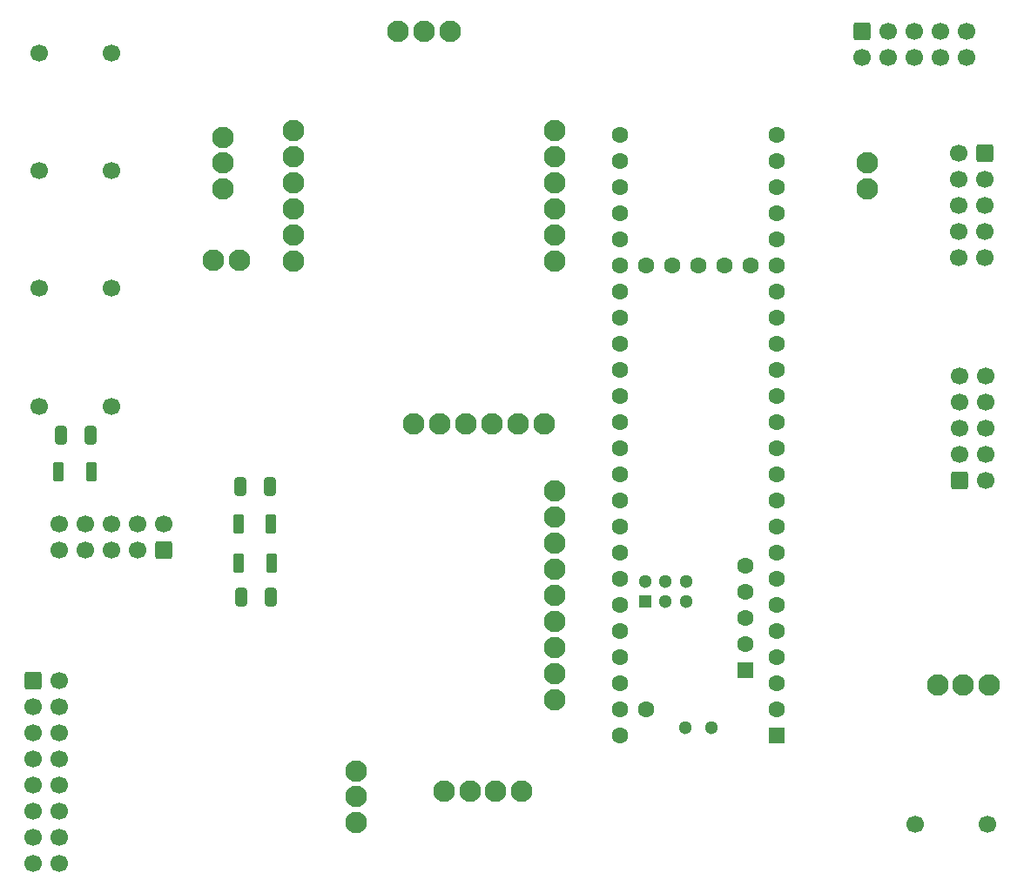
<source format=gbr>
G04 #@! TF.GenerationSoftware,KiCad,Pcbnew,8.0.4*
G04 #@! TF.CreationDate,2024-09-01T18:39:43-04:00*
G04 #@! TF.ProjectId,t41_2_main_board,7434315f-325f-46d6-9169-6e5f626f6172,1.0*
G04 #@! TF.SameCoordinates,Original*
G04 #@! TF.FileFunction,Soldermask,Bot*
G04 #@! TF.FilePolarity,Negative*
%FSLAX46Y46*%
G04 Gerber Fmt 4.6, Leading zero omitted, Abs format (unit mm)*
G04 Created by KiCad (PCBNEW 8.0.4) date 2024-09-01 18:39:43*
%MOMM*%
%LPD*%
G01*
G04 APERTURE LIST*
G04 Aperture macros list*
%AMRoundRect*
0 Rectangle with rounded corners*
0 $1 Rounding radius*
0 $2 $3 $4 $5 $6 $7 $8 $9 X,Y pos of 4 corners*
0 Add a 4 corners polygon primitive as box body*
4,1,4,$2,$3,$4,$5,$6,$7,$8,$9,$2,$3,0*
0 Add four circle primitives for the rounded corners*
1,1,$1+$1,$2,$3*
1,1,$1+$1,$4,$5*
1,1,$1+$1,$6,$7*
1,1,$1+$1,$8,$9*
0 Add four rect primitives between the rounded corners*
20,1,$1+$1,$2,$3,$4,$5,0*
20,1,$1+$1,$4,$5,$6,$7,0*
20,1,$1+$1,$6,$7,$8,$9,0*
20,1,$1+$1,$8,$9,$2,$3,0*%
G04 Aperture macros list end*
%ADD10C,2.100000*%
%ADD11C,1.700000*%
%ADD12RoundRect,0.250000X-0.600000X-0.600000X0.600000X-0.600000X0.600000X0.600000X-0.600000X0.600000X0*%
%ADD13R,1.600000X1.600000*%
%ADD14C,1.600000*%
%ADD15R,1.300000X1.300000*%
%ADD16C,1.300000*%
%ADD17RoundRect,0.250000X0.275000X0.700000X-0.275000X0.700000X-0.275000X-0.700000X0.275000X-0.700000X0*%
%ADD18RoundRect,0.250000X-0.325000X-0.650000X0.325000X-0.650000X0.325000X0.650000X-0.325000X0.650000X0*%
%ADD19RoundRect,0.250000X-0.600000X0.600000X-0.600000X-0.600000X0.600000X-0.600000X0.600000X0.600000X0*%
%ADD20RoundRect,0.250000X-0.275000X-0.700000X0.275000X-0.700000X0.275000X0.700000X-0.275000X0.700000X0*%
%ADD21RoundRect,0.250000X0.600000X0.600000X-0.600000X0.600000X-0.600000X-0.600000X0.600000X-0.600000X0*%
%ADD22RoundRect,0.250000X0.325000X0.650000X-0.325000X0.650000X-0.325000X-0.650000X0.325000X-0.650000X0*%
%ADD23RoundRect,0.250000X0.600000X-0.600000X0.600000X0.600000X-0.600000X0.600000X-0.600000X-0.600000X0*%
G04 APERTURE END LIST*
D10*
X131399400Y-134618400D03*
X131399400Y-132118400D03*
X131399400Y-129618400D03*
D11*
X100611400Y-71251400D03*
X107611400Y-71251400D03*
X100620000Y-94120000D03*
X107620000Y-94120000D03*
X192765700Y-134836200D03*
X185765700Y-134836200D03*
X100611400Y-59821400D03*
X107611400Y-59821400D03*
D10*
X125323800Y-67348400D03*
X125323800Y-69888400D03*
X125323800Y-72428400D03*
X125323800Y-74968400D03*
X125323800Y-77508400D03*
X125323800Y-80048400D03*
X150723800Y-80048400D03*
X150723800Y-77508400D03*
X150723800Y-74968400D03*
X150723800Y-72428400D03*
X150723800Y-69888400D03*
X150723800Y-67348400D03*
X140563800Y-57696400D03*
X138023800Y-57696400D03*
X135483800Y-57696400D03*
D11*
X100611400Y-82681400D03*
X107611400Y-82681400D03*
D10*
X139988800Y-131564600D03*
X142488800Y-131564600D03*
X144988800Y-131564600D03*
X147488800Y-131564600D03*
X181148000Y-70496600D03*
X181148000Y-72996600D03*
X118415000Y-72958000D03*
X118415000Y-70458000D03*
X118415000Y-67958000D03*
D12*
X100000000Y-120790000D03*
D11*
X102540000Y-120790000D03*
X100000000Y-123330000D03*
X102540000Y-123330000D03*
X100000000Y-125870000D03*
X102540000Y-125870000D03*
X100000000Y-128410000D03*
X102540000Y-128410000D03*
X100000000Y-130950000D03*
X102540000Y-130950000D03*
X100000000Y-133490000D03*
X102540000Y-133490000D03*
X100000000Y-136030000D03*
X102540000Y-136030000D03*
X100000000Y-138570000D03*
X102540000Y-138570000D03*
D13*
X172288400Y-126124000D03*
D14*
X172288400Y-123584000D03*
X172288400Y-121044000D03*
X172288400Y-118504000D03*
X172288400Y-115964000D03*
X172288400Y-113424000D03*
X172288400Y-110884000D03*
X172288400Y-108344000D03*
X172288400Y-105804000D03*
X172288400Y-103264000D03*
X172288400Y-100724000D03*
X172288400Y-98184000D03*
X172288400Y-95644000D03*
X172288400Y-93104000D03*
X172288400Y-90564000D03*
X172288400Y-88024000D03*
X172288400Y-85484000D03*
X172288400Y-82944000D03*
X172288400Y-80404000D03*
X172288400Y-77864000D03*
X172288400Y-75324000D03*
X172288400Y-72784000D03*
X172288400Y-70244000D03*
X172288400Y-67704000D03*
X157048400Y-67704000D03*
X157048400Y-70244000D03*
X157048400Y-72784000D03*
X157048400Y-75324000D03*
X157048400Y-77864000D03*
X157048400Y-80404000D03*
X157048400Y-82944000D03*
X157048400Y-85484000D03*
X157048400Y-88024000D03*
X157048400Y-90564000D03*
X157048400Y-93104000D03*
X157048400Y-95644000D03*
X157048400Y-98184000D03*
X157048400Y-100724000D03*
X157048400Y-103264000D03*
X157048400Y-105804000D03*
X157048400Y-108344000D03*
X157048400Y-110884000D03*
X157048400Y-113424000D03*
X157048400Y-115964000D03*
X157048400Y-118504000D03*
X157048400Y-121044000D03*
X157048400Y-123584000D03*
X157048400Y-126124000D03*
X159588400Y-123584000D03*
X169748400Y-80404000D03*
X167208400Y-80404000D03*
X164668400Y-80404000D03*
X162128400Y-80404000D03*
X159588400Y-80404000D03*
D13*
X169237600Y-119824800D03*
D14*
X169237600Y-117284800D03*
X169237600Y-114744800D03*
X169237600Y-112204800D03*
X169237600Y-109664800D03*
D15*
X159486800Y-113154000D03*
D16*
X161486800Y-113154000D03*
X163486800Y-113154000D03*
X163486800Y-111154000D03*
X161486800Y-111154000D03*
X159486800Y-111154000D03*
X163398400Y-125394000D03*
X165938400Y-125394000D03*
D10*
X117551400Y-79946800D03*
X120051400Y-79946800D03*
X150723800Y-122669600D03*
X150723800Y-120129600D03*
X150723800Y-117589600D03*
X150723800Y-115049600D03*
X150723800Y-112509600D03*
X150723800Y-109969600D03*
X150723800Y-107429600D03*
X150723800Y-104889600D03*
X150723800Y-102349600D03*
X149707800Y-95872600D03*
X147167800Y-95872600D03*
X144627800Y-95872600D03*
X142087800Y-95872600D03*
X139547800Y-95872600D03*
X137007800Y-95872600D03*
D17*
X123114000Y-105550000D03*
X119964000Y-105550000D03*
X123165000Y-109360000D03*
X120015000Y-109360000D03*
D18*
X120193000Y-112662000D03*
X123143000Y-112662000D03*
D19*
X180568800Y-57655100D03*
D11*
X180568800Y-60195100D03*
X183108800Y-57655100D03*
X183108800Y-60195100D03*
X185648800Y-57655100D03*
X185648800Y-60195100D03*
X188188800Y-57655100D03*
X188188800Y-60195100D03*
X190728800Y-57655100D03*
X190728800Y-60195100D03*
D12*
X190068400Y-101333600D03*
D11*
X192608400Y-101333600D03*
X190068400Y-98793600D03*
X192608400Y-98793600D03*
X190068400Y-96253600D03*
X192608400Y-96253600D03*
X190068400Y-93713600D03*
X192608400Y-93713600D03*
X190068400Y-91173600D03*
X192608400Y-91173600D03*
D20*
X102489000Y-100470000D03*
X105639000Y-100470000D03*
D10*
X192942200Y-121247200D03*
X190442200Y-121247200D03*
X187942200Y-121247200D03*
D21*
X192573500Y-69558200D03*
D11*
X190033500Y-69558200D03*
X192573500Y-72098200D03*
X190033500Y-72098200D03*
X192573500Y-74638200D03*
X190033500Y-74638200D03*
X192573500Y-77178200D03*
X190033500Y-77178200D03*
X192573500Y-79718200D03*
X190033500Y-79718200D03*
D22*
X123065000Y-101980000D03*
X120115000Y-101980000D03*
X105617000Y-96914000D03*
X102667000Y-96914000D03*
D23*
X112700000Y-108090000D03*
D11*
X112700000Y-105550000D03*
X110160000Y-108090000D03*
X110160000Y-105550000D03*
X107620000Y-108090000D03*
X107620000Y-105550000D03*
X105080000Y-108090000D03*
X105080000Y-105550000D03*
X102540000Y-108090000D03*
X102540000Y-105550000D03*
M02*

</source>
